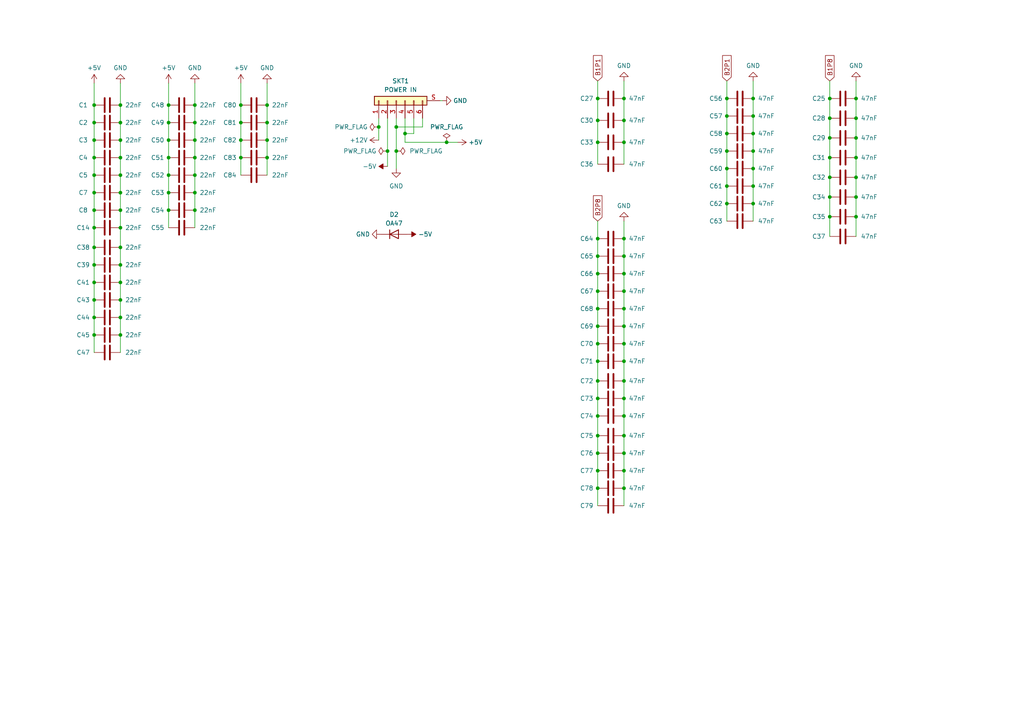
<source format=kicad_sch>
(kicad_sch (version 20230121) (generator eeschema)
  (paper "A4")
  (lib_symbols
    (symbol "Device:C" (pin_numbers hide) (pin_names (offset 0.254))
      (property "Reference" "C" (at 0.635 2.54 0))
      (property "Value" "C" (at 0.635 -2.54 0))
      (symbol "C_0_1"
        (polyline (pts (xy -2.032 -0.762) (xy 2.032 -0.762)) (stroke (width 0.508)))
        (polyline (pts (xy -2.032 0.762) (xy 2.032 0.762)) (stroke (width 0.508)))
      )
      (symbol "C_1_1"
        (pin passive line (at 0 3.81 270) (length 2.794) (name "~") (number "1"))
        (pin passive line (at 0 -3.81 90) (length 2.794) (name "~") (number "2"))
      )
    )
    (symbol "Device:D" (pin_numbers hide) (pin_names (offset 1.016) hide)
      (property "Reference" "D" (at 0 2.54 0))
      (property "Value" "D" (at 0 -2.54 0))
      (symbol "D_0_1"
        (polyline (pts (xy -1.27 1.27) (xy -1.27 -1.27)) (stroke (width 0.254)))
        (polyline (pts (xy 1.27 0) (xy -1.27 0)))
        (polyline (pts (xy 1.27 1.27) (xy 1.27 -1.27) (xy -1.27 0) (xy 1.27 1.27)) (stroke (width 0.254)))
      )
      (symbol "D_1_1"
        (pin passive line (at -3.81 0 0) (length 2.54) (name "K") (number "1"))
        (pin passive line (at 3.81 0 180) (length 2.54) (name "A") (number "2"))
      )
    )
    (symbol "LYNX:DIN6" (pin_names (offset 1.016) hide)
      (property "Reference" "SKT" (at 3.175 0 0))
      (property "Value" "${REFERENCE}" (at 3.175 -2.54 0))
      (symbol "DIN6_1_1"
        (rectangle (start -1.27 -7.493) (end 0 -7.747) (stroke (width 0.1524)))
        (rectangle (start -1.27 -4.953) (end 0 -5.207) (stroke (width 0.1524)))
        (rectangle (start -1.27 -2.413) (end 0 -2.667) (stroke (width 0.1524)))
        (rectangle (start -1.27 0.127) (end 0 -0.127) (stroke (width 0.1524)))
        (rectangle (start -1.27 2.667) (end 0 2.413) (stroke (width 0.1524)))
        (rectangle (start -1.27 5.207) (end 0 4.953) (stroke (width 0.1524)))
        (rectangle (start -1.27 6.35) (end 1.27 -8.89) (stroke (width 0.254)) (fill (type background)))
        (pin passive line (at -5.08 5.08 0) (length 3.81) (name "Pin_1") (number "1"))
        (pin passive line (at -5.08 2.54 0) (length 3.81) (name "Pin_2") (number "2"))
        (pin passive line (at -5.08 0 0) (length 3.81) (name "Pin_3") (number "3"))
        (pin passive line (at -5.08 -2.54 0) (length 3.81) (name "Pin_4") (number "4"))
        (pin passive line (at -5.08 -5.08 0) (length 3.81) (name "Pin_5") (number "5"))
        (pin passive line (at -5.08 -7.62 0) (length 3.81) (name "Pin_6") (number "6"))
        (pin passive line (at 0 -12.7 90) (length 3.81) (name "SHIELD") (number "S"))
      )
    )
    (symbol "power:+12V" (power) (pin_names (offset 0))
      (property "Value" "+12V" (at 0 3.556 0))
      (symbol "+12V_0_1"
        (polyline (pts (xy -0.762 1.27) (xy 0 2.54)))
        (polyline (pts (xy 0 0) (xy 0 2.54)))
        (polyline (pts (xy 0 2.54) (xy 0.762 1.27)))
      )
      (symbol "+12V_1_1"
        (pin power_in line (at 0 0 90) (length 0) hide (name "+12V") (number "1"))
      )
    )
    (symbol "power:+5V" (power) (pin_names (offset 0))
      (property "Value" "+5V" (at 0 3.556 0))
      (symbol "+5V_0_1"
        (polyline (pts (xy -0.762 1.27) (xy 0 2.54)))
        (polyline (pts (xy 0 0) (xy 0 2.54)))
        (polyline (pts (xy 0 2.54) (xy 0.762 1.27)))
      )
      (symbol "+5V_1_1"
        (pin power_in line (at 0 0 90) (length 0) hide (name "+5V") (number "1"))
      )
    )
    (symbol "power:-5V" (power) (pin_names (offset 0))
      (property "Value" "-5V" (at 0 3.81 0))
      (symbol "-5V_0_0"
        (pin power_in line (at 0 0 90) (length 0) hide (name "-5V") (number "1"))
      )
      (symbol "-5V_0_1"
        (polyline (pts (xy 0 0) (xy 0 1.27) (xy 0.762 1.27) (xy 0 2.54) (xy -0.762 1.27) (xy 0 1.27)) (fill (type outline)))
      )
    )
    (symbol "power:GND" (power) (pin_names (offset 0))
      (property "Value" "GND" (at 0 -3.81 0))
      (symbol "GND_0_1"
        (polyline (pts (xy 0 0) (xy 0 -1.27) (xy 1.27 -1.27) (xy 0 -2.54) (xy -1.27 -1.27) (xy 0 -1.27)))
      )
      (symbol "GND_1_1"
        (pin power_in line (at 0 0 270) (length 0) hide (name "GND") (number "1"))
      )
    )
    (symbol "power:PWR_FLAG" (power) (pin_numbers hide) (pin_names (offset 0) hide)
      (property "Value" "PWR_FLAG" (at 0 3.81 0))
      (symbol "PWR_FLAG_0_0"
        (pin power_out line (at 0 0 90) (length 0) (name "pwr") (number "1"))
      )
      (symbol "PWR_FLAG_0_1"
        (polyline (pts (xy 0 0) (xy 0 1.27) (xy -1.016 1.905) (xy 0 2.54) (xy 1.016 1.905) (xy 0 1.27)))
      )
    )
  )
  (junction (at 218.44 28.575))
  (junction (at 180.975 94.615))
  (junction (at 210.82 53.975))
  (junction (at 180.975 69.215))
  (junction (at 248.285 57.15))
  (junction (at 218.44 43.815))
  (junction (at 56.515 45.72))
  (junction (at 27.305 92.075))
  (junction (at 180.975 126.365))
  (junction (at 56.515 50.8))
  (junction (at 27.305 50.8))
  (junction (at 34.925 35.56))
  (junction (at 114.935 36.83))
  (junction (at 180.975 89.535))
  (junction (at 34.925 30.48))
  (junction (at 173.355 104.775))
  (junction (at 240.665 34.29))
  (junction (at 34.925 60.96))
  (junction (at 218.44 59.055))
  (junction (at 69.85 35.56))
  (junction (at 180.975 104.775))
  (junction (at 173.355 126.365))
  (junction (at 173.355 84.455))
  (junction (at 34.925 71.755))
  (junction (at 34.925 45.72))
  (junction (at 48.895 30.48))
  (junction (at 56.515 55.88))
  (junction (at 210.82 48.895))
  (junction (at 240.665 57.15))
  (junction (at 69.85 40.64))
  (junction (at 248.285 51.435))
  (junction (at 180.975 141.605))
  (junction (at 34.925 86.995))
  (junction (at 27.305 97.155))
  (junction (at 248.285 45.72))
  (junction (at 117.475 38.735))
  (junction (at 77.47 40.64))
  (junction (at 218.44 48.895))
  (junction (at 34.925 66.04))
  (junction (at 248.285 40.005))
  (junction (at 27.305 71.755))
  (junction (at 48.895 35.56))
  (junction (at 173.355 99.695))
  (junction (at 210.82 43.815))
  (junction (at 34.925 55.88))
  (junction (at 180.975 41.275))
  (junction (at 180.975 79.375))
  (junction (at 173.355 89.535))
  (junction (at 180.975 120.65))
  (junction (at 180.975 84.455))
  (junction (at 173.355 94.615))
  (junction (at 210.82 38.735))
  (junction (at 173.355 69.215))
  (junction (at 210.82 59.055))
  (junction (at 34.925 50.8))
  (junction (at 210.82 33.655))
  (junction (at 48.895 55.88))
  (junction (at 34.925 97.155))
  (junction (at 173.355 79.375))
  (junction (at 27.305 55.88))
  (junction (at 218.44 53.975))
  (junction (at 248.285 62.865))
  (junction (at 77.47 35.56))
  (junction (at 240.665 62.865))
  (junction (at 180.975 131.445))
  (junction (at 27.305 86.995))
  (junction (at 240.665 51.435))
  (junction (at 173.355 28.575))
  (junction (at 48.895 40.64))
  (junction (at 48.895 50.8))
  (junction (at 27.305 35.56))
  (junction (at 180.975 74.295))
  (junction (at 248.285 28.575))
  (junction (at 56.515 60.96))
  (junction (at 248.285 34.29))
  (junction (at 109.855 36.83))
  (junction (at 180.975 110.49))
  (junction (at 34.925 81.915))
  (junction (at 180.975 28.575))
  (junction (at 56.515 40.64))
  (junction (at 27.305 60.96))
  (junction (at 27.305 40.64))
  (junction (at 114.935 43.815))
  (junction (at 27.305 81.915))
  (junction (at 56.515 30.48))
  (junction (at 27.305 45.72))
  (junction (at 77.47 45.72))
  (junction (at 48.895 45.72))
  (junction (at 69.85 30.48))
  (junction (at 240.665 45.72))
  (junction (at 173.355 115.57))
  (junction (at 210.82 28.575))
  (junction (at 48.895 60.96))
  (junction (at 173.355 120.65))
  (junction (at 173.355 110.49))
  (junction (at 218.44 33.655))
  (junction (at 77.47 30.48))
  (junction (at 34.925 76.835))
  (junction (at 180.975 99.695))
  (junction (at 240.665 40.005))
  (junction (at 56.515 35.56))
  (junction (at 218.44 38.735))
  (junction (at 112.395 43.815))
  (junction (at 173.355 34.925))
  (junction (at 180.975 34.925))
  (junction (at 173.355 74.295))
  (junction (at 180.975 115.57))
  (junction (at 34.925 92.075))
  (junction (at 173.355 141.605))
  (junction (at 173.355 131.445))
  (junction (at 173.355 136.525))
  (junction (at 27.305 66.04))
  (junction (at 173.355 41.275))
  (junction (at 27.305 30.48))
  (junction (at 34.925 40.64))
  (junction (at 180.975 136.525))
  (junction (at 240.665 28.575))
  (junction (at 69.85 45.72))
  (junction (at 27.305 76.835))
  (junction (at 129.54 41.275))
  (wire (pts (xy 120.015 34.29) (xy 120.015 38.735)))
  (wire (pts (xy 27.305 66.04) (xy 27.305 71.755)))
  (wire (pts (xy 240.665 28.575) (xy 240.665 34.29)))
  (wire (pts (xy 173.355 141.605) (xy 173.355 136.525)))
  (wire (pts (xy 240.665 62.865) (xy 240.665 68.58)))
  (wire (pts (xy 117.475 38.735) (xy 117.475 41.275)))
  (wire (pts (xy 180.975 94.615) (xy 180.975 99.695)))
  (wire (pts (xy 173.355 126.365) (xy 173.355 120.65)))
  (wire (pts (xy 210.82 38.735) (xy 210.82 33.655)))
  (wire (pts (xy 34.925 66.04) (xy 34.925 71.755)))
  (wire (pts (xy 34.925 24.13) (xy 34.925 30.48)))
  (wire (pts (xy 173.355 89.535) (xy 173.355 94.615)))
  (wire (pts (xy 218.44 33.655) (xy 218.44 38.735)))
  (wire (pts (xy 210.82 53.975) (xy 210.82 48.895)))
  (wire (pts (xy 69.85 30.48) (xy 69.85 35.56)))
  (wire (pts (xy 122.555 36.83) (xy 114.935 36.83)))
  (wire (pts (xy 109.855 36.83) (xy 109.855 34.29)))
  (wire (pts (xy 218.44 38.735) (xy 218.44 43.815)))
  (wire (pts (xy 34.925 35.56) (xy 34.925 40.64)))
  (wire (pts (xy 180.975 110.49) (xy 180.975 104.775)))
  (wire (pts (xy 56.515 30.48) (xy 56.515 35.56)))
  (wire (pts (xy 180.975 136.525) (xy 180.975 131.445)))
  (wire (pts (xy 180.975 84.455) (xy 180.975 89.535)))
  (wire (pts (xy 180.975 41.275) (xy 180.975 34.925)))
  (wire (pts (xy 56.515 45.72) (xy 56.515 50.8)))
  (wire (pts (xy 173.355 131.445) (xy 173.355 126.365)))
  (wire (pts (xy 27.305 55.88) (xy 27.305 60.96)))
  (wire (pts (xy 34.925 40.64) (xy 34.925 45.72)))
  (wire (pts (xy 48.895 50.8) (xy 48.895 55.88)))
  (wire (pts (xy 56.515 50.8) (xy 56.515 55.88)))
  (wire (pts (xy 180.975 141.605) (xy 180.975 136.525)))
  (wire (pts (xy 69.85 35.56) (xy 69.85 40.64)))
  (wire (pts (xy 122.555 34.29) (xy 122.555 36.83)))
  (wire (pts (xy 173.355 69.215) (xy 173.355 74.295)))
  (wire (pts (xy 48.895 35.56) (xy 48.895 40.64)))
  (wire (pts (xy 173.355 99.695) (xy 173.355 104.775)))
  (wire (pts (xy 248.285 45.72) (xy 248.285 51.435)))
  (wire (pts (xy 34.925 97.155) (xy 34.925 102.235)))
  (wire (pts (xy 180.975 28.575) (xy 180.975 23.495)))
  (wire (pts (xy 34.925 55.88) (xy 34.925 60.96)))
  (wire (pts (xy 34.925 86.995) (xy 34.925 92.075)))
  (wire (pts (xy 173.355 136.525) (xy 173.355 131.445)))
  (wire (pts (xy 248.285 51.435) (xy 248.285 57.15)))
  (wire (pts (xy 56.515 40.64) (xy 56.515 45.72)))
  (wire (pts (xy 180.975 74.295) (xy 180.975 79.375)))
  (wire (pts (xy 117.475 34.29) (xy 117.475 38.735)))
  (wire (pts (xy 173.355 115.57) (xy 173.355 120.65)))
  (wire (pts (xy 173.355 74.295) (xy 173.355 79.375)))
  (wire (pts (xy 218.44 43.815) (xy 218.44 48.895)))
  (wire (pts (xy 248.285 62.865) (xy 248.285 68.58)))
  (wire (pts (xy 56.515 55.88) (xy 56.515 60.96)))
  (wire (pts (xy 27.305 81.915) (xy 27.305 86.995)))
  (wire (pts (xy 173.355 94.615) (xy 173.355 99.695)))
  (wire (pts (xy 27.305 92.075) (xy 27.305 97.155)))
  (wire (pts (xy 210.82 28.575) (xy 210.82 23.495)))
  (wire (pts (xy 240.665 51.435) (xy 240.665 57.15)))
  (wire (pts (xy 248.285 28.575) (xy 248.285 23.495)))
  (wire (pts (xy 240.665 23.495) (xy 240.665 28.575)))
  (wire (pts (xy 77.47 40.64) (xy 77.47 45.72)))
  (wire (pts (xy 173.355 47.625) (xy 173.355 41.275)))
  (wire (pts (xy 27.305 24.13) (xy 27.305 30.48)))
  (wire (pts (xy 34.925 92.075) (xy 34.925 97.155)))
  (wire (pts (xy 27.305 76.835) (xy 27.305 81.915)))
  (wire (pts (xy 109.855 40.64) (xy 109.855 36.83)))
  (wire (pts (xy 114.935 36.83) (xy 114.935 43.815)))
  (wire (pts (xy 27.305 60.96) (xy 27.305 66.04)))
  (wire (pts (xy 34.925 60.96) (xy 34.925 66.04)))
  (wire (pts (xy 180.975 89.535) (xy 180.975 94.615)))
  (wire (pts (xy 77.47 35.56) (xy 77.47 40.64)))
  (wire (pts (xy 180.975 74.295) (xy 180.975 69.215)))
  (wire (pts (xy 69.85 24.13) (xy 69.85 30.48)))
  (wire (pts (xy 173.355 79.375) (xy 173.355 84.455)))
  (wire (pts (xy 77.47 30.48) (xy 77.47 35.56)))
  (wire (pts (xy 218.44 33.655) (xy 218.44 28.575)))
  (wire (pts (xy 180.975 34.925) (xy 180.975 28.575)))
  (wire (pts (xy 248.285 40.005) (xy 248.285 45.72)))
  (wire (pts (xy 180.975 69.215) (xy 180.975 64.135)))
  (wire (pts (xy 173.355 41.275) (xy 173.355 34.925)))
  (wire (pts (xy 27.305 45.72) (xy 27.305 50.8)))
  (wire (pts (xy 180.975 131.445) (xy 180.975 126.365)))
  (wire (pts (xy 210.82 43.815) (xy 210.82 38.735)))
  (wire (pts (xy 240.665 45.72) (xy 240.665 51.435)))
  (wire (pts (xy 48.895 45.72) (xy 48.895 50.8)))
  (wire (pts (xy 248.285 57.15) (xy 248.285 62.865)))
  (wire (pts (xy 129.54 41.275) (xy 132.715 41.275)))
  (wire (pts (xy 48.895 60.96) (xy 48.895 66.04)))
  (wire (pts (xy 114.935 34.29) (xy 114.935 36.83)))
  (wire (pts (xy 240.665 57.15) (xy 240.665 62.865)))
  (wire (pts (xy 173.355 34.925) (xy 173.355 28.575)))
  (wire (pts (xy 180.975 47.625) (xy 180.975 41.275)))
  (wire (pts (xy 180.975 115.57) (xy 180.975 120.65)))
  (wire (pts (xy 248.285 34.29) (xy 248.285 40.005)))
  (wire (pts (xy 173.355 84.455) (xy 173.355 89.535)))
  (wire (pts (xy 48.895 55.88) (xy 48.895 60.96)))
  (wire (pts (xy 27.305 71.755) (xy 27.305 76.835)))
  (wire (pts (xy 77.47 24.13) (xy 77.47 30.48)))
  (wire (pts (xy 34.925 50.8) (xy 34.925 55.88)))
  (wire (pts (xy 69.85 40.64) (xy 69.85 45.72)))
  (wire (pts (xy 210.82 48.895) (xy 210.82 43.815)))
  (wire (pts (xy 114.935 43.815) (xy 114.935 48.895)))
  (wire (pts (xy 34.925 30.48) (xy 34.925 35.56)))
  (wire (pts (xy 56.515 35.56) (xy 56.515 40.64)))
  (wire (pts (xy 218.44 59.055) (xy 218.44 64.135)))
  (wire (pts (xy 218.44 53.975) (xy 218.44 59.055)))
  (wire (pts (xy 173.355 115.57) (xy 173.355 110.49)))
  (wire (pts (xy 112.395 34.29) (xy 112.395 43.815)))
  (wire (pts (xy 210.82 33.655) (xy 210.82 28.575)))
  (wire (pts (xy 210.82 59.055) (xy 210.82 53.975)))
  (wire (pts (xy 240.665 34.29) (xy 240.665 40.005)))
  (wire (pts (xy 240.665 40.005) (xy 240.665 45.72)))
  (wire (pts (xy 56.515 24.13) (xy 56.515 30.48)))
  (wire (pts (xy 173.355 146.685) (xy 173.355 141.605)))
  (wire (pts (xy 180.975 79.375) (xy 180.975 84.455)))
  (wire (pts (xy 34.925 81.915) (xy 34.925 86.995)))
  (wire (pts (xy 180.975 115.57) (xy 180.975 110.49)))
  (wire (pts (xy 69.85 45.72) (xy 69.85 50.8)))
  (wire (pts (xy 34.925 45.72) (xy 34.925 50.8)))
  (wire (pts (xy 48.895 24.13) (xy 48.895 30.48)))
  (wire (pts (xy 48.895 40.64) (xy 48.895 45.72)))
  (wire (pts (xy 34.925 76.835) (xy 34.925 81.915)))
  (wire (pts (xy 128.27 29.21) (xy 127.635 29.21)))
  (wire (pts (xy 56.515 60.96) (xy 56.515 66.04)))
  (wire (pts (xy 180.975 126.365) (xy 180.975 120.65)))
  (wire (pts (xy 120.015 38.735) (xy 117.475 38.735)))
  (wire (pts (xy 180.975 146.685) (xy 180.975 141.605)))
  (wire (pts (xy 27.305 50.8) (xy 27.305 55.88)))
  (wire (pts (xy 27.305 30.48) (xy 27.305 35.56)))
  (wire (pts (xy 77.47 45.72) (xy 77.47 50.8)))
  (wire (pts (xy 34.925 71.755) (xy 34.925 76.835)))
  (wire (pts (xy 180.975 99.695) (xy 180.975 104.775)))
  (wire (pts (xy 27.305 40.64) (xy 27.305 45.72)))
  (wire (pts (xy 27.305 86.995) (xy 27.305 92.075)))
  (wire (pts (xy 248.285 28.575) (xy 248.285 34.29)))
  (wire (pts (xy 48.895 30.48) (xy 48.895 35.56)))
  (wire (pts (xy 210.82 64.135) (xy 210.82 59.055)))
  (wire (pts (xy 112.395 43.815) (xy 112.395 48.26)))
  (wire (pts (xy 218.44 48.895) (xy 218.44 53.975)))
  (wire (pts (xy 173.355 64.135) (xy 173.355 69.215)))
  (wire (pts (xy 173.355 28.575) (xy 173.355 23.495)))
  (wire (pts (xy 27.305 35.56) (xy 27.305 40.64)))
  (wire (pts (xy 173.355 110.49) (xy 173.355 104.775)))
  (wire (pts (xy 218.44 28.575) (xy 218.44 23.495)))
  (wire (pts (xy 27.305 97.155) (xy 27.305 102.235)))
  (wire (pts (xy 117.475 41.275) (xy 129.54 41.275)))
  (global_label "B2P8" (shape input) (at 173.355 64.135 90) (property "Intersheetrefs" "${INTERSHEET_REFS}" (effects hide)))
  (global_label "B1P8" (shape input) (at 240.665 23.495 90) (property "Intersheetrefs" "${INTERSHEET_REFS}" (effects hide)))
  (global_label "B1P1" (shape input) (at 173.355 23.495 90) (property "Intersheetrefs" "${INTERSHEET_REFS}" (effects hide)))
  (global_label "B2P1" (shape input) (at 210.82 23.495 90) (property "Intersheetrefs" "${INTERSHEET_REFS}" (effects hide)))
  (symbol (lib_id "Device:C") (at 177.165 104.775 90) (unit 1)
    (property "Reference" "C71" (at 170.18 104.775 90))
    (property "Value" "47nF" (at 184.785 104.775 90))
    (property "Footprint" "LYNX:C_Disc_5.08mm" (effects hide))
  )
  (symbol (lib_id "Device:C") (at 244.475 68.58 90) (unit 1)
    (property "Reference" "C37" (at 237.49 68.58 90))
    (property "Value" "47nF" (at 252.095 68.58 90))
    (property "Footprint" "LYNX:C_Disc_5.08mm" (effects hide))
  )
  (symbol (lib_id "Device:C") (at 52.705 45.72 90) (unit 1)
    (property "Reference" "C51" (at 45.72 45.72 90))
    (property "Value" "22nF" (at 60.325 45.72 90))
    (property "Footprint" "LYNX:C_Disc_5.08mm - Large Box" (effects hide))
  )
  (symbol (lib_id "LYNX:DIN6") (at 114.935 29.21 90) (unit 1)
    (property "Reference" "SKT1" (at 116.205 23.495 90))
    (property "Value" "POWER IN" (at 116.205 26.035 90))
    (property "Footprint" "LYNX:DIN6" (effects hide))
  )
  (symbol (lib_id "Device:C") (at 52.705 55.88 90) (unit 1)
    (property "Reference" "C53" (at 45.72 55.88 90))
    (property "Value" "22nF" (at 60.325 55.88 90))
    (property "Footprint" "LYNX:C_Disc_5.08mm - Large Box" (effects hide))
  )
  (symbol (lib_id "Device:C") (at 177.165 47.625 90) (unit 1)
    (property "Reference" "C36" (at 170.18 47.625 90))
    (property "Value" "47nF" (at 184.785 47.625 90))
    (property "Footprint" "LYNX:C_Disc_5.08mm" (effects hide))
  )
  (symbol (lib_id "power:GND") (at 128.27 29.21 90) (unit 1)
    (property "Reference" "#PWR045" (effects hide))
    (property "Value" "GND" (at 131.445 29.21 90) (effects (justify right)))
  )
  (symbol (lib_id "Device:C") (at 244.475 45.72 90) (unit 1)
    (property "Reference" "C31" (at 237.49 45.72 90))
    (property "Value" "47nF" (at 252.095 45.72 90))
    (property "Footprint" "LYNX:C_Disc_5.08mm" (effects hide))
  )
  (symbol (lib_id "Device:C") (at 214.63 64.135 90) (unit 1)
    (property "Reference" "C63" (at 207.645 64.135 90))
    (property "Value" "47nF" (at 222.25 64.135 90))
    (property "Footprint" "LYNX:C_Disc_5.08mm" (effects hide))
  )
  (symbol (lib_id "Device:C") (at 31.115 35.56 90) (unit 1)
    (property "Reference" "C2" (at 24.13 35.56 90))
    (property "Value" "22nF" (at 38.735 35.56 90))
    (property "Footprint" "LYNX:C_Disc_5.08mm - Large Box" (effects hide))
  )
  (symbol (lib_id "power:+12V") (at 109.855 40.64 90) (unit 1)
    (property "Reference" "#PWR039" (effects hide))
    (property "Value" "+12V" (at 106.68 40.64 90) (effects (justify left)))
  )
  (symbol (lib_id "Device:C") (at 214.63 28.575 90) (unit 1)
    (property "Reference" "C56" (at 207.645 28.575 90))
    (property "Value" "47nF" (at 222.25 28.575 90))
    (property "Footprint" "LYNX:C_Disc_5.08mm" (effects hide))
  )
  (symbol (lib_id "power:GND") (at 218.44 23.495 180) (unit 1)
    (property "Reference" "#PWR0313" (effects hide))
    (property "Value" "GND" (at 218.44 19.05 0))
  )
  (symbol (lib_id "Device:C") (at 177.165 41.275 90) (unit 1)
    (property "Reference" "C33" (at 170.18 41.275 90))
    (property "Value" "47nF" (at 184.785 41.275 90))
    (property "Footprint" "LYNX:C_Disc_5.08mm" (effects hide))
  )
  (symbol (lib_id "Device:C") (at 31.115 76.835 90) (unit 1)
    (property "Reference" "C39" (at 24.13 76.835 90))
    (property "Value" "22nF" (at 38.735 76.835 90))
    (property "Footprint" "LYNX:C_Disc_5.08mm - Large Box" (effects hide))
  )
  (symbol (lib_id "Device:C") (at 31.115 45.72 90) (unit 1)
    (property "Reference" "C4" (at 24.13 45.72 90))
    (property "Value" "22nF" (at 38.735 45.72 90))
    (property "Footprint" "LYNX:C_Disc_5.08mm - Large Box" (effects hide))
  )
  (symbol (lib_id "power:-5V") (at 112.395 48.26 90) (unit 1)
    (property "Reference" "#PWR041" (effects hide))
    (property "Value" "-5V" (at 109.22 48.26 90) (effects (justify left)))
  )
  (symbol (lib_id "Device:C") (at 244.475 62.865 90) (unit 1)
    (property "Reference" "C35" (at 237.49 62.865 90))
    (property "Value" "47nF" (at 252.095 62.865 90))
    (property "Footprint" "LYNX:C_Disc_5.08mm" (effects hide))
  )
  (symbol (lib_id "Device:C") (at 31.115 60.96 90) (unit 1)
    (property "Reference" "C8" (at 24.13 60.96 90))
    (property "Value" "22nF" (at 38.735 60.96 90))
    (property "Footprint" "LYNX:C_Disc_5.08mm - Large Box" (effects hide))
  )
  (symbol (lib_id "Device:C") (at 244.475 40.005 90) (unit 1)
    (property "Reference" "C29" (at 237.49 40.005 90))
    (property "Value" "47nF" (at 252.095 40.005 90))
    (property "Footprint" "LYNX:C_Disc_5.08mm" (effects hide))
  )
  (symbol (lib_id "Device:C") (at 177.165 34.925 90) (unit 1)
    (property "Reference" "C30" (at 170.18 34.925 90))
    (property "Value" "47nF" (at 184.785 34.925 90))
    (property "Footprint" "LYNX:C_Disc_5.08mm" (effects hide))
  )
  (symbol (lib_id "Device:C") (at 52.705 35.56 90) (unit 1)
    (property "Reference" "C49" (at 45.72 35.56 90))
    (property "Value" "22nF" (at 60.325 35.56 90))
    (property "Footprint" "LYNX:C_Disc_5.08mm - Large Box" (effects hide))
  )
  (symbol (lib_id "Device:C") (at 244.475 57.15 90) (unit 1)
    (property "Reference" "C34" (at 237.49 57.15 90))
    (property "Value" "47nF" (at 252.095 57.15 90))
    (property "Footprint" "LYNX:C_Disc_5.08mm" (effects hide))
  )
  (symbol (lib_id "power:GND") (at 34.925 24.13 180) (unit 1)
    (property "Reference" "#PWR0302" (effects hide))
    (property "Value" "GND" (at 34.925 19.685 0))
  )
  (symbol (lib_id "Device:C") (at 73.66 40.64 90) (unit 1)
    (property "Reference" "C82" (at 66.675 40.64 90))
    (property "Value" "22nF" (at 81.28 40.64 90))
    (property "Footprint" "LYNX:C_Disc_5.08mm - Large Box" (effects hide))
  )
  (symbol (lib_id "Device:C") (at 177.165 120.65 90) (unit 1)
    (property "Reference" "C74" (at 170.18 120.65 90))
    (property "Value" "47nF" (at 184.785 120.65 90))
    (property "Footprint" "LYNX:C_Disc_5.08mm" (effects hide))
  )
  (symbol (lib_id "Device:C") (at 177.165 136.525 90) (unit 1)
    (property "Reference" "C77" (at 170.18 136.525 90))
    (property "Value" "47nF" (at 184.785 136.525 90))
    (property "Footprint" "LYNX:C_Disc_5.08mm" (effects hide))
  )
  (symbol (lib_id "Device:C") (at 214.63 38.735 90) (unit 1)
    (property "Reference" "C58" (at 207.645 38.735 90))
    (property "Value" "47nF" (at 222.25 38.735 90))
    (property "Footprint" "LYNX:C_Disc_5.08mm" (effects hide))
  )
  (symbol (lib_id "Device:C") (at 31.115 71.755 90) (unit 1)
    (property "Reference" "C38" (at 24.13 71.755 90))
    (property "Value" "22nF" (at 38.735 71.755 90))
    (property "Footprint" "LYNX:C_Disc_5.08mm - Large Box" (effects hide))
  )
  (symbol (lib_id "Device:C") (at 244.475 51.435 90) (unit 1)
    (property "Reference" "C32" (at 237.49 51.435 90))
    (property "Value" "47nF" (at 252.095 51.435 90))
    (property "Footprint" "LYNX:C_Disc_5.08mm" (effects hide))
  )
  (symbol (lib_id "power:+5V") (at 69.85 24.13 0) (unit 1)
    (property "Reference" "#PWR0306" (effects hide))
    (property "Value" "+5V" (at 69.85 19.685 0))
  )
  (symbol (lib_id "Device:C") (at 244.475 34.29 90) (unit 1)
    (property "Reference" "C28" (at 237.49 34.29 90))
    (property "Value" "47nF" (at 252.095 34.29 90))
    (property "Footprint" "LYNX:C_Disc_5.08mm" (effects hide))
  )
  (symbol (lib_id "Device:C") (at 31.115 40.64 90) (unit 1)
    (property "Reference" "C3" (at 24.13 40.64 90))
    (property "Value" "22nF" (at 38.735 40.64 90))
    (property "Footprint" "LYNX:C_Disc_5.08mm - Large Box" (effects hide))
  )
  (symbol (lib_id "Device:C") (at 177.165 74.295 90) (unit 1)
    (property "Reference" "C65" (at 170.18 74.295 90))
    (property "Value" "47nF" (at 184.785 74.295 90))
    (property "Footprint" "LYNX:C_Disc_5.08mm" (effects hide))
  )
  (symbol (lib_id "Device:C") (at 177.165 110.49 90) (unit 1)
    (property "Reference" "C72" (at 170.18 110.49 90))
    (property "Value" "47nF" (at 184.785 110.49 90))
    (property "Footprint" "LYNX:C_Disc_5.08mm" (effects hide))
  )
  (symbol (lib_id "Device:C") (at 177.165 94.615 90) (unit 1)
    (property "Reference" "C69" (at 170.18 94.615 90))
    (property "Value" "47nF" (at 184.785 94.615 90))
    (property "Footprint" "LYNX:C_Disc_5.08mm" (effects hide))
  )
  (symbol (lib_id "power:GND") (at 110.49 67.945 270) (unit 1)
    (property "Reference" "#PWR043" (effects hide))
    (property "Value" "GND" (at 107.315 67.945 90) (effects (justify right)))
  )
  (symbol (lib_id "Device:C") (at 31.115 30.48 90) (unit 1)
    (property "Reference" "C1" (at 24.13 30.48 90))
    (property "Value" "22nF" (at 38.735 30.48 90))
    (property "Footprint" "LYNX:C_Disc_5.08mm - Large Box" (effects hide))
  )
  (symbol (lib_id "Device:C") (at 31.115 50.8 90) (unit 1)
    (property "Reference" "C5" (at 24.13 50.8 90))
    (property "Value" "22nF" (at 38.735 50.8 90))
    (property "Footprint" "LYNX:C_Disc_5.08mm - Large Box" (effects hide))
  )
  (symbol (lib_id "power:+5V") (at 27.305 24.13 0) (unit 1)
    (property "Reference" "#PWR0303" (effects hide))
    (property "Value" "+5V" (at 27.305 19.685 0))
  )
  (symbol (lib_id "Device:C") (at 177.165 126.365 90) (unit 1)
    (property "Reference" "C75" (at 170.18 126.365 90))
    (property "Value" "47nF" (at 184.785 126.365 90))
    (property "Footprint" "LYNX:C_Disc_5.08mm" (effects hide))
  )
  (symbol (lib_id "Device:C") (at 73.66 45.72 90) (unit 1)
    (property "Reference" "C83" (at 66.675 45.72 90))
    (property "Value" "22nF" (at 81.28 45.72 90))
    (property "Footprint" "LYNX:C_Disc_5.08mm" (effects hide))
  )
  (symbol (lib_id "Device:C") (at 73.66 35.56 90) (unit 1)
    (property "Reference" "C81" (at 66.675 35.56 90))
    (property "Value" "22nF" (at 81.28 35.56 90))
    (property "Footprint" "LYNX:C_Disc_5.08mm - Large Box" (effects hide))
  )
  (symbol (lib_id "Device:D") (at 114.3 67.945 0) (unit 1)
    (property "Reference" "D2" (at 114.3 62.23 0))
    (property "Value" "OA47" (at 114.3 64.77 0))
    (property "Footprint" "LYNX:Diode 10.16mm" (effects hide))
    (property "Sim.Device" "D" (effects hide))
    (property "Sim.Pins" "1=K 2=A" (effects hide))
  )
  (symbol (lib_id "Device:C") (at 244.475 28.575 90) (unit 1)
    (property "Reference" "C25" (at 237.49 28.575 90))
    (property "Value" "47nF" (at 252.095 28.575 90))
    (property "Footprint" "LYNX:C_Disc_5.08mm" (effects hide))
  )
  (symbol (lib_id "Device:C") (at 52.705 30.48 90) (unit 1)
    (property "Reference" "C48" (at 45.72 30.48 90))
    (property "Value" "22nF" (at 60.325 30.48 90))
    (property "Footprint" "LYNX:C_Disc_5.08mm - Large Box" (effects hide))
  )
  (symbol (lib_id "Device:C") (at 31.115 55.88 90) (unit 1)
    (property "Reference" "C7" (at 24.13 55.88 90))
    (property "Value" "22nF" (at 38.735 55.88 90))
    (property "Footprint" "LYNX:C_Disc_5.08mm - Large Box" (effects hide))
  )
  (symbol (lib_id "Device:C") (at 31.115 102.235 90) (unit 1)
    (property "Reference" "C47" (at 24.13 102.235 90))
    (property "Value" "22nF" (at 38.735 102.235 90))
    (property "Footprint" "LYNX:C_Disc_5.08mm - Large Box" (effects hide))
  )
  (symbol (lib_id "Device:C") (at 73.66 50.8 90) (unit 1)
    (property "Reference" "C84" (at 66.675 50.8 90))
    (property "Value" "22nF" (at 81.28 50.8 90))
    (property "Footprint" "LYNX:C_Disc_5.08mm" (effects hide))
  )
  (symbol (lib_id "power:GND") (at 77.47 24.13 180) (unit 1)
    (property "Reference" "#PWR0307" (effects hide))
    (property "Value" "GND" (at 77.47 19.685 0))
  )
  (symbol (lib_id "Device:C") (at 52.705 60.96 90) (unit 1)
    (property "Reference" "C54" (at 45.72 60.96 90))
    (property "Value" "22nF" (at 60.325 60.96 90))
    (property "Footprint" "LYNX:C_Disc_5.08mm - Large Box" (effects hide))
  )
  (symbol (lib_id "Device:C") (at 177.165 115.57 90) (unit 1)
    (property "Reference" "C73" (at 170.18 115.57 90))
    (property "Value" "47nF" (at 184.785 115.57 90))
    (property "Footprint" "LYNX:C_Disc_5.08mm" (effects hide))
  )
  (symbol (lib_id "Device:C") (at 214.63 43.815 90) (unit 1)
    (property "Reference" "C59" (at 207.645 43.815 90))
    (property "Value" "47nF" (at 222.25 43.815 90))
    (property "Footprint" "LYNX:C_Disc_5.08mm" (effects hide))
  )
  (symbol (lib_id "Device:C") (at 214.63 59.055 90) (unit 1)
    (property "Reference" "C62" (at 207.645 59.055 90))
    (property "Value" "47nF" (at 222.25 59.055 90))
    (property "Footprint" "LYNX:C_Disc_5.08mm" (effects hide))
  )
  (symbol (lib_id "Device:C") (at 52.705 40.64 90) (unit 1)
    (property "Reference" "C50" (at 45.72 40.64 90))
    (property "Value" "22nF" (at 60.325 40.64 90))
    (property "Footprint" "LYNX:C_Disc_5.08mm - Large Box" (effects hide))
  )
  (symbol (lib_id "Device:C") (at 177.165 146.685 90) (unit 1)
    (property "Reference" "C79" (at 170.18 146.685 90))
    (property "Value" "47nF" (at 184.785 146.685 90))
    (property "Footprint" "LYNX:C_Disc_5.08mm" (effects hide))
  )
  (symbol (lib_id "power:PWR_FLAG") (at 114.935 43.815 270) (unit 1)
    (property "Reference" "#FLG03" (effects hide))
    (property "Value" "PWR_FLAG" (at 118.745 43.815 90) (effects (justify left)))
  )
  (symbol (lib_id "Device:C") (at 177.165 141.605 90) (unit 1)
    (property "Reference" "C78" (at 170.18 141.605 90))
    (property "Value" "47nF" (at 184.785 141.605 90))
    (property "Footprint" "LYNX:C_Disc_5.08mm" (effects hide))
  )
  (symbol (lib_id "Device:C") (at 52.705 66.04 90) (unit 1)
    (property "Reference" "C55" (at 45.72 66.04 90))
    (property "Value" "22nF" (at 60.325 66.04 90))
    (property "Footprint" "LYNX:C_Disc_5.08mm - Large Box" (effects hide))
  )
  (symbol (lib_id "power:PWR_FLAG") (at 109.855 36.83 90) (unit 1)
    (property "Reference" "#FLG01" (effects hide))
    (property "Value" "PWR_FLAG" (at 106.68 36.83 90) (effects (justify left)))
  )
  (symbol (lib_id "Device:C") (at 214.63 33.655 90) (unit 1)
    (property "Reference" "C57" (at 207.645 33.655 90))
    (property "Value" "47nF" (at 222.25 33.655 90))
    (property "Footprint" "LYNX:C_Disc_5.08mm" (effects hide))
  )
  (symbol (lib_id "Device:C") (at 177.165 89.535 90) (unit 1)
    (property "Reference" "C68" (at 170.18 89.535 90))
    (property "Value" "47nF" (at 184.785 89.535 90))
    (property "Footprint" "LYNX:C_Disc_5.08mm" (effects hide))
  )
  (symbol (lib_id "Device:C") (at 52.705 50.8 90) (unit 1)
    (property "Reference" "C52" (at 45.72 50.8 90))
    (property "Value" "22nF" (at 60.325 50.8 90))
    (property "Footprint" "LYNX:C_Disc_5.08mm - Large Box" (effects hide))
  )
  (symbol (lib_id "Device:C") (at 214.63 48.895 90) (unit 1)
    (property "Reference" "C60" (at 207.645 48.895 90))
    (property "Value" "47nF" (at 222.25 48.895 90))
    (property "Footprint" "LYNX:C_Disc_5.08mm" (effects hide))
  )
  (symbol (lib_id "Device:C") (at 177.165 99.695 90) (unit 1)
    (property "Reference" "C70" (at 170.18 99.695 90))
    (property "Value" "47nF" (at 184.785 99.695 90))
    (property "Footprint" "LYNX:C_Disc_5.08mm" (effects hide))
  )
  (symbol (lib_id "power:-5V") (at 118.11 67.945 270) (unit 1)
    (property "Reference" "#PWR044" (effects hide))
    (property "Value" "-5V" (at 121.285 67.945 90) (effects (justify left)))
  )
  (symbol (lib_id "power:+5V") (at 132.715 41.275 270) (unit 1)
    (property "Reference" "#PWR042" (effects hide))
    (property "Value" "+5V" (at 135.89 41.275 90) (effects (justify left)))
  )
  (symbol (lib_id "Device:C") (at 31.115 81.915 90) (unit 1)
    (property "Reference" "C41" (at 24.13 81.915 90))
    (property "Value" "22nF" (at 38.735 81.915 90))
    (property "Footprint" "LYNX:C_Disc_5.08mm - Large Box" (effects hide))
  )
  (symbol (lib_id "Device:C") (at 31.115 97.155 90) (unit 1)
    (property "Reference" "C45" (at 24.13 97.155 90))
    (property "Value" "22nF" (at 38.735 97.155 90))
    (property "Footprint" "LYNX:C_Disc_5.08mm - Large Box" (effects hide))
  )
  (symbol (lib_id "power:GND") (at 180.975 23.495 180) (unit 1)
    (property "Reference" "#PWR0311" (effects hide))
    (property "Value" "GND" (at 180.975 19.05 0))
  )
  (symbol (lib_id "Device:C") (at 31.115 92.075 90) (unit 1)
    (property "Reference" "C44" (at 24.13 92.075 90))
    (property "Value" "22nF" (at 38.735 92.075 90))
    (property "Footprint" "LYNX:C_Disc_5.08mm - Large Box" (effects hide))
  )
  (symbol (lib_id "Device:C") (at 31.115 86.995 90) (unit 1)
    (property "Reference" "C43" (at 24.13 86.995 90))
    (property "Value" "22nF" (at 38.735 86.995 90))
    (property "Footprint" "LYNX:C_Disc_5.08mm - Large Box" (effects hide))
  )
  (symbol (lib_id "Device:C") (at 177.165 131.445 90) (unit 1)
    (property "Reference" "C76" (at 170.18 131.445 90))
    (property "Value" "47nF" (at 184.785 131.445 90))
    (property "Footprint" "LYNX:C_Disc_5.08mm" (effects hide))
  )
  (symbol (lib_id "power:PWR_FLAG") (at 129.54 41.275 0) (unit 1)
    (property "Reference" "#FLG04" (effects hide))
    (property "Value" "PWR_FLAG" (at 129.54 36.83 0))
  )
  (symbol (lib_id "power:+5V") (at 48.895 24.13 0) (unit 1)
    (property "Reference" "#PWR0304" (effects hide))
    (property "Value" "+5V" (at 48.895 19.685 0))
  )
  (symbol (lib_id "power:GND") (at 248.285 23.495 180) (unit 1)
    (property "Reference" "#PWR0314" (effects hide))
    (property "Value" "GND" (at 248.285 19.05 0))
  )
  (symbol (lib_id "Device:C") (at 31.115 66.04 90) (unit 1)
    (property "Reference" "C14" (at 24.13 66.04 90))
    (property "Value" "22nF" (at 38.735 66.04 90))
    (property "Footprint" "LYNX:C_Disc_5.08mm - Large Box" (effects hide))
  )
  (symbol (lib_id "power:GND") (at 180.975 64.135 180) (unit 1)
    (property "Reference" "#PWR0312" (effects hide))
    (property "Value" "GND" (at 180.975 59.69 0))
  )
  (symbol (lib_id "power:GND") (at 114.935 48.895 0) (unit 1)
    (property "Reference" "#PWR040" (effects hide))
    (property "Value" "GND" (at 114.935 53.975 0))
  )
  (symbol (lib_id "Device:C") (at 214.63 53.975 90) (unit 1)
    (property "Reference" "C61" (at 207.645 53.975 90))
    (property "Value" "47nF" (at 222.25 53.975 90))
    (property "Footprint" "LYNX:C_Disc_5.08mm" (effects hide))
  )
  (symbol (lib_id "Device:C") (at 177.165 28.575 90) (unit 1)
    (property "Reference" "C27" (at 170.18 28.575 90))
    (property "Value" "47nF" (at 184.785 28.575 90))
    (property "Footprint" "LYNX:C_Disc_5.08mm" (effects hide))
  )
  (symbol (lib_id "power:PWR_FLAG") (at 112.395 43.815 90) (unit 1)
    (property "Reference" "#FLG02" (effects hide))
    (property "Value" "PWR_FLAG" (at 109.22 43.815 90) (effects (justify left)))
  )
  (symbol (lib_id "Device:C") (at 177.165 84.455 90) (unit 1)
    (property "Reference" "C67" (at 170.18 84.455 90))
    (property "Value" "47nF" (at 184.785 84.455 90))
    (property "Footprint" "LYNX:C_Disc_5.08mm" (effects hide))
  )
  (symbol (lib_id "Device:C") (at 177.165 79.375 90) (unit 1)
    (property "Reference" "C66" (at 170.18 79.375 90))
    (property "Value" "47nF" (at 184.785 79.375 90))
    (property "Footprint" "LYNX:C_Disc_5.08mm" (effects hide))
  )
  (symbol (lib_id "power:GND") (at 56.515 24.13 180) (unit 1)
    (property "Reference" "#PWR0305" (effects hide))
    (property "Value" "GND" (at 56.515 19.685 0))
  )
  (symbol (lib_id "Device:C") (at 73.66 30.48 90) (unit 1)
    (property "Reference" "C80" (at 66.675 30.48 90))
    (property "Value" "22nF" (at 81.28 30.48 90))
    (property "Footprint" "LYNX:C_Disc_5.08mm" (effects hide))
  )
  (symbol (lib_id "Device:C") (at 177.165 69.215 90) (unit 1)
    (property "Reference" "C64" (at 170.18 69.215 90))
    (property "Value" "47nF" (at 184.785 69.215 90))
    (property "Footprint" "LYNX:C_Disc_5.08mm" (effects hide))
  )
)
</source>
